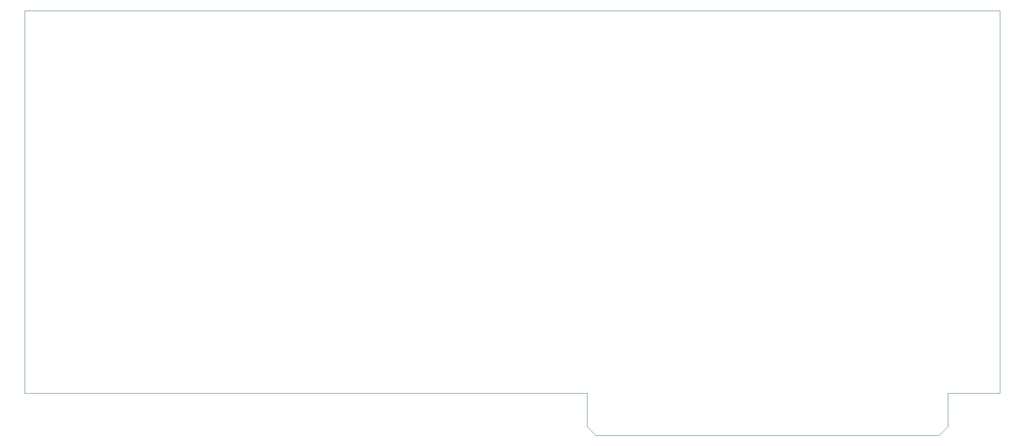
<source format=gm1>
G04 #@! TF.GenerationSoftware,KiCad,Pcbnew,(5.1.2)-1*
G04 #@! TF.CreationDate,2019-09-16T11:06:18-07:00*
G04 #@! TF.ProjectId,AppleIIPerfBoardCard,4170706c-6549-4495-9065-7266426f6172,rev?*
G04 #@! TF.SameCoordinates,Original*
G04 #@! TF.FileFunction,Profile,NP*
%FSLAX46Y46*%
G04 Gerber Fmt 4.6, Leading zero omitted, Abs format (unit mm)*
G04 Created by KiCad (PCBNEW (5.1.2)-1) date 2019-09-16 11:06:18*
%MOMM*%
%LPD*%
G04 APERTURE LIST*
%ADD10C,0.050000*%
G04 APERTURE END LIST*
D10*
X54991000Y-130147060D02*
X157534610Y-130147060D01*
X232791000Y-130147060D02*
X223315530Y-130147060D01*
X223323150Y-136210040D02*
X223315530Y-130147060D01*
X221738190Y-137792460D02*
X223323150Y-136210040D01*
X159104330Y-137792460D02*
X221738190Y-137792460D01*
X157534610Y-136210040D02*
X159104330Y-137792460D01*
X157534610Y-130147060D02*
X157534610Y-136210040D01*
X54991000Y-60297060D02*
X54991000Y-130147060D01*
X232791000Y-60297060D02*
X54991000Y-60297060D01*
X232791000Y-130147060D02*
X232791000Y-60297060D01*
M02*

</source>
